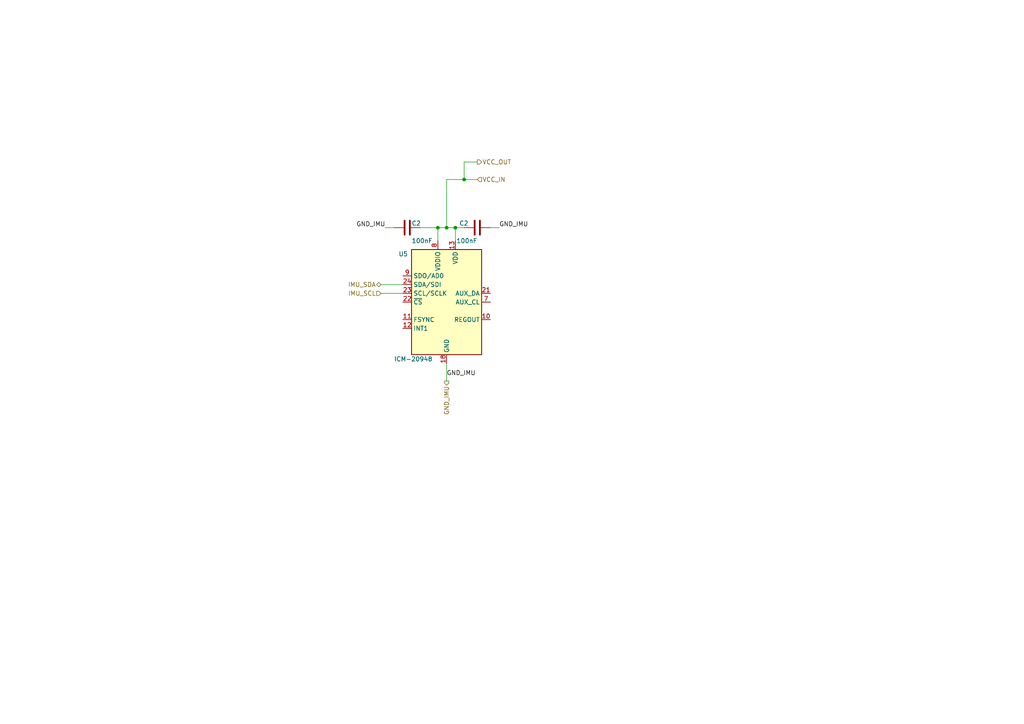
<source format=kicad_sch>
(kicad_sch (version 20230121) (generator eeschema)
  (paper "A4")
  (lib_symbols
    (symbol "Device:C" (pin_numbers hide) (pin_names (offset 0.254))
      (property "Reference" "C" (at 0.635 2.54 0))
      (property "Value" "C" (at 0.635 -2.54 0))
      (symbol "C_0_1"
        (polyline (pts (xy -2.032 -0.762) (xy 2.032 -0.762)) (stroke (width 0.508)))
        (polyline (pts (xy -2.032 0.762) (xy 2.032 0.762)) (stroke (width 0.508)))
      )
      (symbol "C_1_1"
        (pin passive line (at 0 3.81 270) (length 2.794) (name "~") (number "1"))
        (pin passive line (at 0 -3.81 90) (length 2.794) (name "~") (number "2"))
      )
    )
    (symbol "Sensor_Motion:ICM-20948"
      (property "Reference" "U" (at -11.43 16.51 0))
      (property "Value" "ICM-20948" (at 7.62 -16.51 0))
      (symbol "ICM-20948_0_1"
        (rectangle (start -10.16 15.24) (end 10.16 -15.24) (stroke (width 0.254)) (fill (type background)))
      )
      (symbol "ICM-20948_1_1"
        (pin no_connect line (at -10.16 12.7 0) (length 2.54) hide (name "NC") (number "1"))
        (pin passive line (at 12.7 -5.08 180) (length 2.54) (name "REGOUT") (number "10"))
        (pin input line (at -12.7 -5.08 0) (length 2.54) (name "FSYNC") (number "11"))
        (pin output line (at -12.7 -7.62 0) (length 2.54) (name "INT1") (number "12"))
        (pin power_in line (at 2.54 17.78 270) (length 2.54) (name "VDD") (number "13"))
        (pin no_connect line (at 10.16 7.62 180) (length 2.54) hide (name "NC") (number "14"))
        (pin no_connect line (at 10.16 5.08 180) (length 2.54) hide (name "NC") (number "15"))
        (pin no_connect line (at 10.16 -7.62 180) (length 2.54) hide (name "NC") (number "16"))
        (pin no_connect line (at 10.16 -10.16 180) (length 2.54) hide (name "NC") (number "17"))
        (pin power_in line (at 0 -17.78 90) (length 2.54) (name "GND") (number "18"))
        (pin no_connect line (at 10.16 -12.7 180) (length 2.54) hide (name "RESV") (number "19"))
        (pin no_connect line (at -10.16 10.16 0) (length 2.54) hide (name "NC") (number "2"))
        (pin passive line (at 0 -17.78 90) (length 2.54) hide (name "GND") (number "20"))
        (pin bidirectional line (at 12.7 2.54 180) (length 2.54) (name "AUX_DA") (number "21"))
        (pin input line (at -12.7 0 0) (length 2.54) (name "~{CS}") (number "22"))
        (pin input line (at -12.7 2.54 0) (length 2.54) (name "SCL/SCLK") (number "23"))
        (pin bidirectional line (at -12.7 5.08 0) (length 2.54) (name "SDA/SDI") (number "24"))
        (pin no_connect line (at -10.16 -2.54 0) (length 2.54) hide (name "NC") (number "3"))
        (pin no_connect line (at -10.16 -10.16 0) (length 2.54) hide (name "NC") (number "4"))
        (pin no_connect line (at -10.16 -12.7 0) (length 2.54) hide (name "NC") (number "5"))
        (pin no_connect line (at 10.16 10.16 180) (length 2.54) hide (name "NC") (number "6"))
        (pin output line (at 12.7 0 180) (length 2.54) (name "AUX_CL") (number "7"))
        (pin power_in line (at -2.54 17.78 270) (length 2.54) (name "VDDIO") (number "8"))
        (pin bidirectional line (at -12.7 7.62 0) (length 2.54) (name "SDO/AD0") (number "9"))
      )
    )
  )
  (junction (at 129.54 66.04))
  (junction (at 127 66.04))
  (junction (at 132.08 66.04))
  (junction (at 134.62 52.07))
  (wire (pts (xy 110.49 85.09) (xy 116.84 85.09)))
  (wire (pts (xy 127 66.04) (xy 129.54 66.04)))
  (wire (pts (xy 132.08 66.04) (xy 134.62 66.04)))
  (wire (pts (xy 110.49 82.55) (xy 116.84 82.55)))
  (wire (pts (xy 132.08 66.04) (xy 132.08 69.85)))
  (wire (pts (xy 121.92 66.04) (xy 127 66.04)))
  (wire (pts (xy 138.43 46.99) (xy 134.62 46.99)))
  (wire (pts (xy 138.43 52.07) (xy 134.62 52.07)))
  (wire (pts (xy 134.62 46.99) (xy 134.62 52.07)))
  (wire (pts (xy 114.3 66.04) (xy 111.76 66.04)))
  (wire (pts (xy 129.54 105.41) (xy 129.54 110.49)))
  (wire (pts (xy 129.54 66.04) (xy 132.08 66.04)))
  (wire (pts (xy 134.62 52.07) (xy 129.54 52.07)))
  (wire (pts (xy 127 69.85) (xy 127 66.04)))
  (wire (pts (xy 142.24 66.04) (xy 144.78 66.04)))
  (wire (pts (xy 129.54 52.07) (xy 129.54 66.04)))
  (label "GND_IMU" (at 129.54 109.22 0))
  (label "GND_IMU" (at 144.78 66.04 0))
  (label "GND_IMU" (at 111.76 66.04 180))
  (hierarchical_label "IMU_SCL" (shape input) (at 110.49 85.09 180))
  (hierarchical_label "IMU_SDA" (shape bidirectional) (at 110.49 82.55 180))
  (hierarchical_label "GND_IMU" (shape output) (at 129.54 110.49 270))
  (hierarchical_label "VCC_IN" (shape input) (at 138.43 52.07 0))
  (hierarchical_label "VCC_OUT" (shape output) (at 138.43 46.99 0))
  (symbol (lib_id "Sensor_Motion:ICM-20948") (at 129.54 87.63 0) (unit 1)
    (property "Reference" "U5" (at 115.57 73.66 0) (effects (justify left)))
    (property "Value" "ICM-20948" (at 114.3 104.14 0) (effects (justify left)))
    (property "Footprint" "Sensor_Motion:InvenSense_QFN-24_3x3mm_P0.4mm" (effects hide))
    (property "Datasheet" "http://www.invensense.com/wp-content/uploads/2016/06/DS-000189-ICM-20948-v1.3.pdf" (effects hide))
    (instances (project "PCB" (path "" (reference "U5") (unit 1)) (path "" (reference "U1") (unit 1))))
  )
  (symbol (lib_id "Device:C") (at 118.11 66.04 270) (unit 1)
    (property "Reference" "C2" (at 119.38 64.77 90) (effects (justify left)))
    (property "Value" "100nF" (at 119.38 69.85 90) (effects (justify left)))
    (property "Footprint" "Capacitor_SMD:C_0603_1608Metric" (effects hide))
    (instances (project "PCB" (path "" (reference "C2") (unit 1)) (path "" (reference "C2") (unit 1)) (path "" (reference "C10") (unit 1)) (path "" (reference "C12") (unit 1))))
  )
  (symbol (lib_id "Device:C") (at 138.43 66.04 90) (unit 1)
    (property "Reference" "C2" (at 135.89 64.77 90) (effects (justify left)))
    (property "Value" "100nF" (at 138.43 69.85 90) (effects (justify left)))
    (property "Footprint" "Capacitor_SMD:C_0603_1608Metric" (effects hide))
    (instances (project "PCB" (path "" (reference "C2") (unit 1)) (path "" (reference "C2") (unit 1)) (path "" (reference "C12") (unit 1)) (path "" (reference "C12") (unit 1))))
  )
)
</source>
